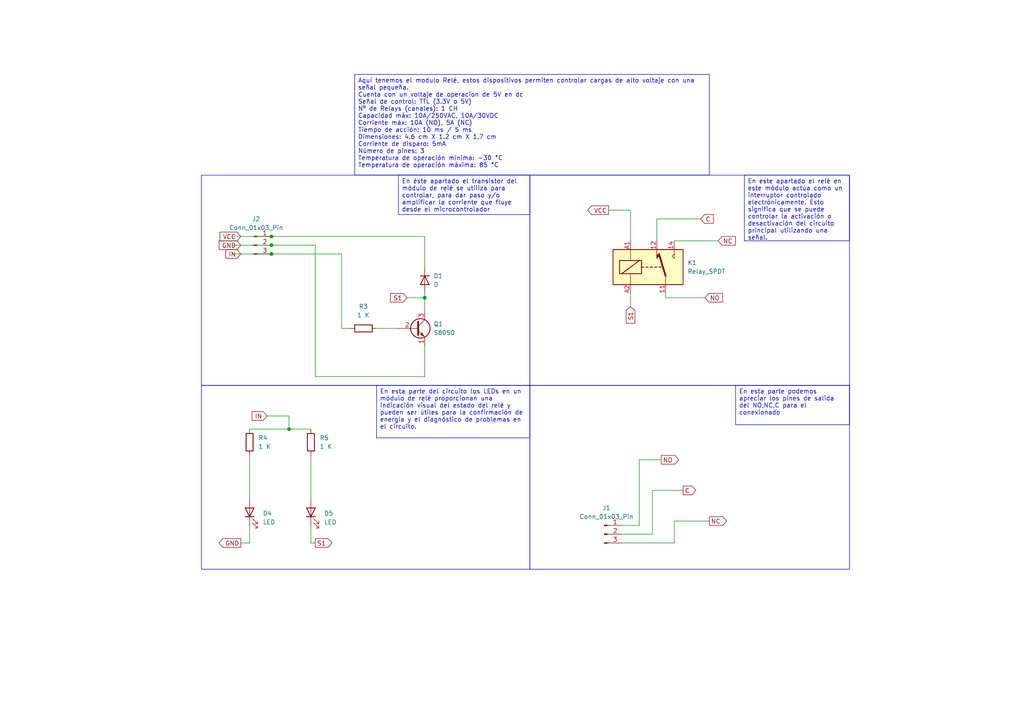
<source format=kicad_sch>
(kicad_sch (version 20231120) (generator "eeschema") (generator_version "8.0")
  (paper "A4")
  (title_block (title "Placa Modulo Relé") (date "2024-04-21") (company "UCB"))
  (lib_symbols
    (symbol "Connector:Conn_01x03_Pin" (pin_names (offset 1.016) hide)
      (property "Reference" "J" (at 0 5.08 0))
      (property "Value" "Conn_01x03_Pin" (at 0 -5.08 0))
      (symbol "Conn_01x03_Pin_1_1"
        (polyline (pts (xy 1.27 -2.54) (xy 0.8636 -2.54)) (stroke (width 0.1524)))
        (polyline (pts (xy 1.27 0) (xy 0.8636 0)) (stroke (width 0.1524)))
        (polyline (pts (xy 1.27 2.54) (xy 0.8636 2.54)) (stroke (width 0.1524)))
        (rectangle (start 0.8636 -2.413) (end 0 -2.667) (stroke (width 0.1524)) (fill (type outline)))
        (rectangle (start 0.8636 0.127) (end 0 -0.127) (stroke (width 0.1524)) (fill (type outline)))
        (rectangle (start 0.8636 2.667) (end 0 2.413) (stroke (width 0.1524)) (fill (type outline)))
        (pin passive line (at 5.08 2.54 180) (length 3.81) (name "Pin_1") (number "1"))
        (pin passive line (at 5.08 0 180) (length 3.81) (name "Pin_2") (number "2"))
        (pin passive line (at 5.08 -2.54 180) (length 3.81) (name "Pin_3") (number "3"))
      )
    )
    (symbol "Device:D" (pin_numbers hide) (pin_names (offset 1.016) hide)
      (property "Reference" "D" (at 0 2.54 0))
      (property "Value" "D" (at 0 -2.54 0))
      (symbol "D_0_1"
        (polyline (pts (xy -1.27 1.27) (xy -1.27 -1.27)) (stroke (width 0.254)))
        (polyline (pts (xy 1.27 0) (xy -1.27 0)))
        (polyline (pts (xy 1.27 1.27) (xy 1.27 -1.27) (xy -1.27 0) (xy 1.27 1.27)) (stroke (width 0.254)))
      )
      (symbol "D_1_1"
        (pin passive line (at -3.81 0 0) (length 2.54) (name "K") (number "1"))
        (pin passive line (at 3.81 0 180) (length 2.54) (name "A") (number "2"))
      )
    )
    (symbol "Device:LED" (pin_numbers hide) (pin_names (offset 1.016) hide)
      (property "Reference" "D" (at 0 2.54 0))
      (property "Value" "LED" (at 0 -2.54 0))
      (symbol "LED_0_1"
        (polyline (pts (xy -1.27 -1.27) (xy -1.27 1.27)) (stroke (width 0.254)))
        (polyline (pts (xy -1.27 0) (xy 1.27 0)))
        (polyline (pts (xy 1.27 -1.27) (xy 1.27 1.27) (xy -1.27 0) (xy 1.27 -1.27)) (stroke (width 0.254)))
        (polyline (pts (xy -3.048 -0.762) (xy -4.572 -2.286) (xy -3.81 -2.286) (xy -4.572 -2.286) (xy -4.572 -1.524)))
        (polyline (pts (xy -1.778 -0.762) (xy -3.302 -2.286) (xy -2.54 -2.286) (xy -3.302 -2.286) (xy -3.302 -1.524)))
      )
      (symbol "LED_1_1"
        (pin passive line (at -3.81 0 0) (length 2.54) (name "K") (number "1"))
        (pin passive line (at 3.81 0 180) (length 2.54) (name "A") (number "2"))
      )
    )
    (symbol "Device:R" (pin_numbers hide) (pin_names (offset 0))
      (property "Reference" "R" (at 2.032 0 90))
      (property "Value" "R" (at 0 0 90))
      (symbol "R_0_1"
        (rectangle (start -1.016 -2.54) (end 1.016 2.54) (stroke (width 0.254)))
      )
      (symbol "R_1_1"
        (pin passive line (at 0 3.81 270) (length 1.27) (name "~") (number "1"))
        (pin passive line (at 0 -3.81 90) (length 1.27) (name "~") (number "2"))
      )
    )
    (symbol "Relay:Relay_SPDT"
      (property "Reference" "K" (at 11.43 3.81 0))
      (property "Value" "Relay_SPDT" (at 11.43 1.27 0))
      (symbol "Relay_SPDT_0_0"
        (polyline (pts (xy 7.62 5.08) (xy 7.62 2.54) (xy 6.985 3.175) (xy 7.62 3.81)))
      )
      (symbol "Relay_SPDT_0_1"
        (rectangle (start -10.16 5.08) (end 10.16 -5.08) (stroke (width 0.254)) (fill (type background)))
        (rectangle (start -8.255 1.905) (end -1.905 -1.905) (stroke (width 0.254)))
        (polyline (pts (xy -7.62 -1.905) (xy -2.54 1.905)) (stroke (width 0.254)))
        (polyline (pts (xy -5.08 -5.08) (xy -5.08 -1.905)))
        (polyline (pts (xy -5.08 5.08) (xy -5.08 1.905)))
        (polyline (pts (xy -1.905 0) (xy -1.27 0)) (stroke (width 0.254)))
        (polyline (pts (xy -0.635 0) (xy 0 0)) (stroke (width 0.254)))
        (polyline (pts (xy 0.635 0) (xy 1.27 0)) (stroke (width 0.254)))
        (polyline (pts (xy 1.905 0) (xy 2.54 0)) (stroke (width 0.254)))
        (polyline (pts (xy 3.175 0) (xy 3.81 0)) (stroke (width 0.254)))
        (polyline (pts (xy 5.08 -2.54) (xy 3.175 3.81)) (stroke (width 0.508)))
        (polyline (pts (xy 5.08 -2.54) (xy 5.08 -5.08)))
        (polyline (pts (xy 2.54 5.08) (xy 2.54 2.54) (xy 3.175 3.175) (xy 2.54 3.81)) (fill (type outline)))
      )
      (symbol "Relay_SPDT_1_1"
        (pin passive line (at 5.08 -7.62 90) (length 2.54) (name "~") (number "11"))
        (pin passive line (at 2.54 7.62 270) (length 2.54) (name "~") (number "12"))
        (pin passive line (at 7.62 7.62 270) (length 2.54) (name "~") (number "14"))
        (pin passive line (at -5.08 7.62 270) (length 2.54) (name "~") (number "A1"))
        (pin passive line (at -5.08 -7.62 90) (length 2.54) (name "~") (number "A2"))
      )
    )
    (symbol "Transistor_BJT:S8050" (pin_names (offset 0) hide)
      (property "Reference" "Q" (at 5.08 1.905 0))
      (property "Value" "S8050" (at 5.08 0 0))
      (symbol "S8050_0_1"
        (polyline (pts (xy 0 0) (xy 0.635 0)))
        (polyline (pts (xy 0.635 0.635) (xy 2.54 2.54)))
        (polyline (pts (xy 0.635 -0.635) (xy 2.54 -2.54) (xy 2.54 -2.54)))
        (polyline (pts (xy 0.635 1.905) (xy 0.635 -1.905) (xy 0.635 -1.905)) (stroke (width 0.508)))
        (polyline (pts (xy 1.27 -1.778) (xy 1.778 -1.27) (xy 2.286 -2.286) (xy 1.27 -1.778) (xy 1.27 -1.778)) (fill (type outline)))
        (circle (center 1.27 0) (radius 2.8194) (stroke (width 0.254)))
      )
      (symbol "S8050_1_1"
        (pin passive line (at 2.54 -5.08 90) (length 2.54) (name "E") (number "1"))
        (pin input line (at -5.08 0 0) (length 5.08) (name "B") (number "2"))
        (pin passive line (at 2.54 5.08 270) (length 2.54) (name "C") (number "3"))
      )
    )
  )
  (junction (at 78.74 73.66))
  (junction (at 83.82 124.46))
  (junction (at 123.19 86.36))
  (junction (at 78.74 68.58))
  (junction (at 78.74 71.12))
  (wire (pts (xy 72.39 124.46) (xy 83.82 124.46)))
  (wire (pts (xy 123.19 100.33) (xy 123.19 109.22)))
  (wire (pts (xy 123.19 68.58) (xy 123.19 77.47)))
  (wire (pts (xy 91.44 109.22) (xy 123.19 109.22)))
  (wire (pts (xy 78.74 71.12) (xy 91.44 71.12)))
  (wire (pts (xy 185.42 133.35) (xy 185.42 152.4)))
  (wire (pts (xy 91.44 109.22) (xy 91.44 71.12)))
  (wire (pts (xy 78.74 68.58) (xy 123.19 68.58)))
  (wire (pts (xy 67.31 73.66) (xy 78.74 73.66)))
  (wire (pts (xy 101.6 95.25) (xy 99.06 95.25)))
  (wire (pts (xy 123.19 86.36) (xy 123.19 90.17)))
  (wire (pts (xy 195.58 69.85) (xy 208.28 69.85)))
  (wire (pts (xy 193.04 86.36) (xy 204.47 86.36)))
  (wire (pts (xy 90.17 157.48) (xy 91.44 157.48)))
  (wire (pts (xy 180.34 157.48) (xy 195.58 157.48)))
  (wire (pts (xy 90.17 152.4) (xy 90.17 157.48)))
  (wire (pts (xy 67.31 68.58) (xy 78.74 68.58)))
  (wire (pts (xy 123.19 86.36) (xy 123.19 85.09)))
  (wire (pts (xy 189.23 142.24) (xy 189.23 154.94)))
  (wire (pts (xy 69.85 157.48) (xy 72.39 157.48)))
  (wire (pts (xy 78.74 73.66) (xy 99.06 73.66)))
  (wire (pts (xy 83.82 120.65) (xy 83.82 124.46)))
  (wire (pts (xy 180.34 154.94) (xy 189.23 154.94)))
  (wire (pts (xy 190.5 63.5) (xy 203.2 63.5)))
  (wire (pts (xy 190.5 63.5) (xy 190.5 69.85)))
  (wire (pts (xy 72.39 152.4) (xy 72.39 157.48)))
  (wire (pts (xy 189.23 142.24) (xy 198.12 142.24)))
  (wire (pts (xy 118.11 86.36) (xy 123.19 86.36)))
  (wire (pts (xy 77.47 120.65) (xy 83.82 120.65)))
  (wire (pts (xy 185.42 133.35) (xy 191.77 133.35)))
  (wire (pts (xy 72.39 132.08) (xy 72.39 144.78)))
  (wire (pts (xy 109.22 95.25) (xy 115.57 95.25)))
  (wire (pts (xy 99.06 95.25) (xy 99.06 73.66)))
  (wire (pts (xy 67.31 71.12) (xy 78.74 71.12)))
  (wire (pts (xy 195.58 151.13) (xy 205.74 151.13)))
  (wire (pts (xy 193.04 85.09) (xy 193.04 86.36)))
  (wire (pts (xy 176.53 60.96) (xy 182.88 60.96)))
  (wire (pts (xy 90.17 132.08) (xy 90.17 144.78)))
  (wire (pts (xy 180.34 152.4) (xy 185.42 152.4)))
  (wire (pts (xy 83.82 124.46) (xy 90.17 124.46)))
  (wire (pts (xy 195.58 151.13) (xy 195.58 157.48)))
  (wire (pts (xy 182.88 85.09) (xy 182.88 88.9)))
  (wire (pts (xy 182.88 69.85) (xy 182.88 60.96)))
  (rectangle (start 153.67 111.76) (end 246.38 165.1))
  (rectangle (start 58.42 111.76) (end 153.67 165.1))
  (rectangle (start 153.67 50.8) (end 246.38 111.76))
  (rectangle (start 58.42 50.8) (end 153.67 111.76))
  (text_box "En esta parte del circuito los LEDs en un módulo de relé proporcionan una indicación visual del estado del relé y pueden ser útiles para la confirmación de energía y el diagnóstico de problemas en el circuito." (at 109.22 111.76 0) (size 44.45 15.24) (effects (font (size 1.27 1.27)) (justify left top)))
  (text_box "En este apartado el relé en este módulo actúa como un interruptor controlado electrónicamente. Esto significa que se puede controlar la activación o desactivación del circuito principal utilizando una señal.\n\n\n\n\n" (at 215.9 50.8 0) (size 30.48 19.05) (effects (font (size 1.27 1.27)) (justify left top)))
  (text_box "Aquí tenemos el modulo Relé, estos dispositivos permiten controlar cargas de alto voltaje con una señal pequeña.\nCuenta con un voltaje de operacion de 5V en dc\nSeñal de control: TTL (3.3V o 5V)\nNº de Relays (canales): 1 CH\nCapacidad máx: 10A/250VAC, 10A/30VDC\nCorriente máx: 10A (NO), 5A (NC)\nTiempo de acción: 10 ms / 5 ms\nDimensiones: 4.6 cm X 1.2 cm X 1.7 cm\nCorriente de disparo: 5mA\nNúmero de pines: 3\nTemperatura de operación mínima: -30 °C\nTemperatura de operación máxima: 85 °C" (at 102.87 21.59 0) (size 102.87 29.21) (effects (font (size 1.27 1.27)) (justify left top)))
  (text_box "En esta parte podemos apreciar los pines de salida del NO,NC,C para el conexionado " (at 213.36 111.76 0) (size 33.02 11.43) (effects (font (size 1.27 1.27)) (justify left top)))
  (text_box "En éste apartado el transistor del módulo de relé se utiliza para controlar, para dar paso y/o amplificar la corriente que fluye desde el microcontrolador" (at 115.57 50.8 0) (size 38.1 11.43) (effects (font (size 1.27 1.27)) (justify left top)))
  (global_label "GND" (shape output) (at 69.85 157.48 180) (property "Intersheetrefs" "${INTERSHEET_REFS}" (effects (hide yes))))
  (global_label "S1" (shape input) (at 118.11 86.36 180) (property "Intersheetrefs" "${INTERSHEET_REFS}" (effects (hide yes))))
  (global_label "C" (shape input) (at 203.2 63.5 0) (property "Intersheetrefs" "${INTERSHEET_REFS}" (effects (hide yes))))
  (global_label "IN" (shape input) (at 69.85 73.66 180) (property "Intersheetrefs" "${INTERSHEET_REFS}" (effects (hide yes))))
  (global_label "VCC" (shape input) (at 69.85 68.58 180) (property "Intersheetrefs" "${INTERSHEET_REFS}" (effects (hide yes))))
  (global_label "NO" (shape output) (at 191.77 133.35 0) (property "Intersheetrefs" "${INTERSHEET_REFS}" (effects (hide yes))))
  (global_label "NC" (shape output) (at 205.74 151.13 0) (property "Intersheetrefs" "${INTERSHEET_REFS}" (effects (hide yes))))
  (global_label "IN" (shape input) (at 77.47 120.65 180) (property "Intersheetrefs" "${INTERSHEET_REFS}" (effects (hide yes))))
  (global_label "C" (shape output) (at 198.12 142.24 0) (property "Intersheetrefs" "${INTERSHEET_REFS}" (effects (hide yes))))
  (global_label "S1" (shape input) (at 182.88 88.9 270) (property "Intersheetrefs" "${INTERSHEET_REFS}" (effects (hide yes))))
  (global_label "NC" (shape input) (at 208.28 69.85 0) (property "Intersheetrefs" "${INTERSHEET_REFS}" (effects (hide yes))))
  (global_label "GND" (shape input) (at 69.85 71.12 180) (property "Intersheetrefs" "${INTERSHEET_REFS}" (effects (hide yes))))
  (global_label "S1" (shape output) (at 91.44 157.48 0) (property "Intersheetrefs" "${INTERSHEET_REFS}" (effects (hide yes))))
  (global_label "NO" (shape input) (at 204.47 86.36 0) (property "Intersheetrefs" "${INTERSHEET_REFS}" (effects (hide yes))))
  (global_label "VCC" (shape output) (at 176.53 60.96 180) (property "Intersheetrefs" "${INTERSHEET_REFS}" (effects (hide yes))))
  (symbol (lib_id "Device:D") (at 123.19 81.28 270) (unit 1)
    (property "Reference" "D1" (at 125.73 80.0099 90) (effects (justify left)))
    (property "Value" "D" (at 125.73 82.5499 90) (effects (justify left)))
    (property "Footprint" "Diode_THT:Diode_Bridge_DIP-4_W5.08mm_P2.54mm" (effects (hide yes)))
    (property "Description" "Diode" (effects (hide yes)))
    (property "Sim.Device" "D" (effects (hide yes)))
    (property "Sim.Pins" "1=K 2=A" (effects (hide yes)))
  )
  (symbol (lib_id "Connector:Conn_01x03_Pin") (at 175.26 154.94 0) (unit 1)
    (property "Reference" "J1" (at 175.895 147.32 0))
    (property "Value" "Conn_01x03_Pin" (at 175.895 149.86 0))
    (property "Footprint" "TerminalBlock_Phoenix:TerminalBlock_Phoenix_MKDS-1,5-3_1x03_P5.00mm_Horizontal" (effects (hide yes)))
    (property "Description" "Generic connector, single row, 01x03, script generated" (effects (hide yes)))
  )
  (symbol (lib_id "Device:R") (at 72.39 128.27 180) (unit 1)
    (property "Reference" "R4" (at 74.93 126.9999 0) (effects (justify right)))
    (property "Value" "1 K" (at 74.93 129.5399 0) (effects (justify right)))
    (property "Footprint" "Resistor_SMD:R_0805_2012Metric" (effects (hide yes)))
    (property "Description" "Resistor" (effects (hide yes)))
  )
  (symbol (lib_id "Connector:Conn_01x03_Pin") (at 73.66 71.12 0) (unit 1)
    (property "Reference" "J2" (at 74.295 63.5 0))
    (property "Value" "Conn_01x03_Pin" (at 74.295 66.04 0))
    (property "Footprint" "TerminalBlock_Phoenix:TerminalBlock_Phoenix_MKDS-1,5-3-5.08_1x03_P5.08mm_Horizontal" (effects (hide yes)))
    (property "Description" "Generic connector, single row, 01x03, script generated" (effects (hide yes)))
  )
  (symbol (lib_id "Device:LED") (at 90.17 148.59 90) (unit 1)
    (property "Reference" "D5" (at 93.98 148.9074 90) (effects (justify right)))
    (property "Value" "LED" (at 93.98 151.4474 90) (effects (justify right)))
    (property "Footprint" "LED_THT:LED_D5.0mm_IRGrey" (effects (hide yes)))
    (property "Description" "Light emitting diode" (effects (hide yes)))
  )
  (symbol (lib_id "Transistor_BJT:S8050") (at 120.65 95.25 0) (unit 1)
    (property "Reference" "Q1" (at 125.73 93.9799 0) (effects (justify left)))
    (property "Value" "S8050" (at 125.73 96.5199 0) (effects (justify left)))
    (property "Footprint" "Package_TO_SOT_THT:TO-92_Inline" (effects (hide yes)))
    (property "Datasheet" "http://www.unisonic.com.tw/datasheet/S8050.pdf" (effects (hide yes)))
    (property "Description" "0.7A Ic, 20V Vce, Low Voltage High Current NPN Transistor, TO-92" (effects (hide yes)))
  )
  (symbol (lib_id "Device:R") (at 105.41 95.25 90) (unit 1)
    (property "Reference" "R3" (at 105.41 88.9 90))
    (property "Value" "1 K" (at 105.41 91.44 90))
    (property "Footprint" "Resistor_SMD:R_0805_2012Metric" (effects (hide yes)))
    (property "Description" "Resistor" (effects (hide yes)))
  )
  (symbol (lib_id "Device:LED") (at 72.39 148.59 90) (unit 1)
    (property "Reference" "D4" (at 76.2 148.9074 90) (effects (justify right)))
    (property "Value" "LED" (at 76.2 151.4474 90) (effects (justify right)))
    (property "Footprint" "LED_THT:LED_D3.0mm" (effects (hide yes)))
    (property "Description" "Light emitting diode" (effects (hide yes)))
  )
  (symbol (lib_id "Device:R") (at 90.17 128.27 180) (unit 1)
    (property "Reference" "R5" (at 92.71 126.9999 0) (effects (justify right)))
    (property "Value" "1 K" (at 92.71 129.5399 0) (effects (justify right)))
    (property "Footprint" "Resistor_SMD:R_0805_2012Metric" (effects (hide yes)))
    (property "Description" "Resistor" (effects (hide yes)))
  )
  (symbol (lib_id "Relay:Relay_SPDT") (at 187.96 77.47 0) (unit 1)
    (property "Reference" "K1" (at 199.39 76.1999 0) (effects (justify left)))
    (property "Value" "Relay_SPDT" (at 199.39 78.7399 0) (effects (justify left)))
    (property "Footprint" "Relay_THT:Relay_SPDT_Finder_36.11" (effects (hide yes)))
    (property "Description" "Monostable Relay SPDT, EN50005" (effects (hide yes)))
  )
)
</source>
